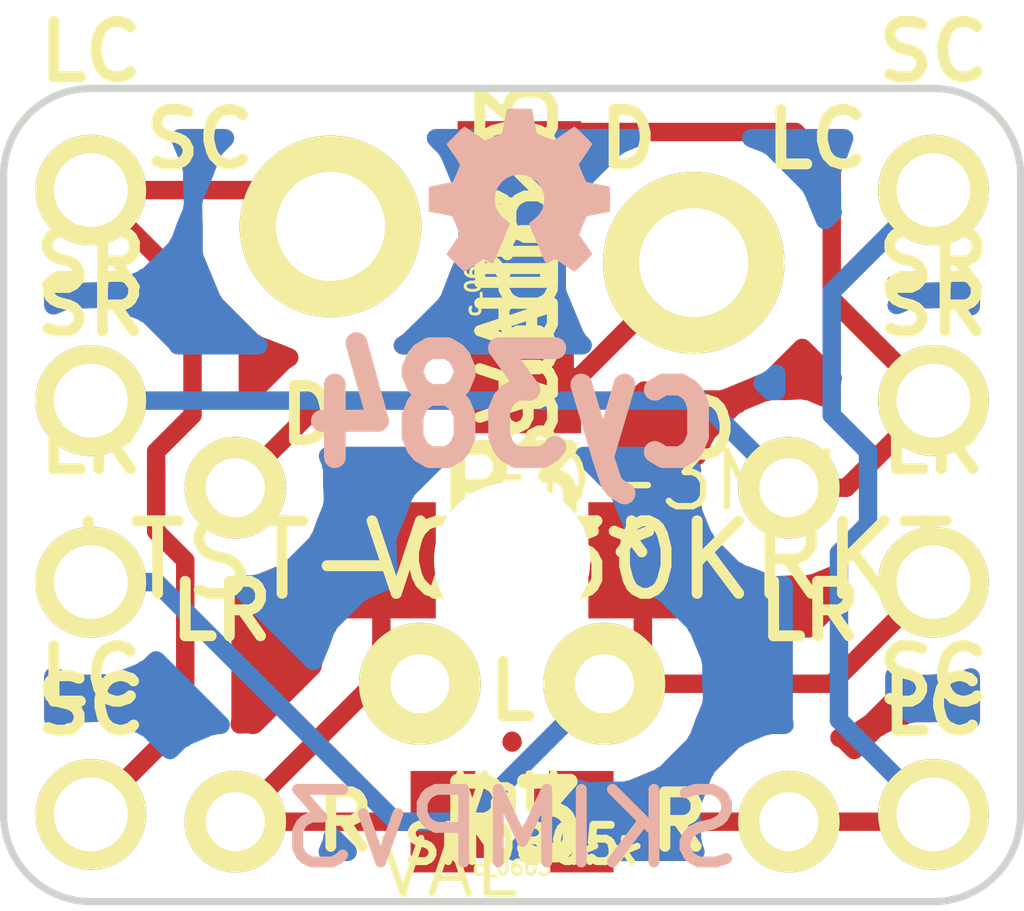
<source format=kicad_pcb>
(kicad_pcb (version 20171130) (host pcbnew 5.1.4+dfsg1-1)

  (general
    (thickness 1.6)
    (drawings 24)
    (tracks 50)
    (zones 0)
    (modules 20)
    (nets 1)
  )

  (page A3)
  (layers
    (0 F.Cu signal)
    (31 B.Cu signal)
    (32 B.Adhes user)
    (33 F.Adhes user)
    (34 B.Paste user)
    (35 F.Paste user)
    (36 B.SilkS user)
    (37 F.SilkS user)
    (38 B.Mask user)
    (39 F.Mask user)
    (40 Dwgs.User user)
    (41 Cmts.User user)
    (42 Eco1.User user)
    (43 Eco2.User user)
    (44 Edge.Cuts user)
  )

  (setup
    (last_trace_width 0.254)
    (trace_clearance 0.254)
    (zone_clearance 0.508)
    (zone_45_only no)
    (trace_min 0.254)
    (via_size 0.889)
    (via_drill 0.635)
    (via_min_size 0.889)
    (via_min_drill 0.508)
    (uvia_size 0.508)
    (uvia_drill 0.127)
    (uvias_allowed no)
    (uvia_min_size 0.508)
    (uvia_min_drill 0.127)
    (edge_width 0.1)
    (segment_width 0.2)
    (pcb_text_width 0.3)
    (pcb_text_size 1.5 1.5)
    (mod_edge_width 0.15)
    (mod_text_size 1 1)
    (mod_text_width 0.15)
    (pad_size 2.5 2.5)
    (pad_drill 1.5)
    (pad_to_mask_clearance 0)
    (aux_axis_origin 0 0)
    (visible_elements FFFFFFFF)
    (pcbplotparams
      (layerselection 0x00030_ffffffff)
      (usegerberextensions true)
      (usegerberattributes false)
      (usegerberadvancedattributes false)
      (creategerberjobfile false)
      (excludeedgelayer true)
      (linewidth 0.150000)
      (plotframeref false)
      (viasonmask false)
      (mode 1)
      (useauxorigin false)
      (hpglpennumber 1)
      (hpglpenspeed 20)
      (hpglpendiameter 15.000000)
      (psnegative false)
      (psa4output false)
      (plotreference false)
      (plotvalue false)
      (plotinvisibletext false)
      (padsonsilk false)
      (subtractmaskfromsilk false)
      (outputformat 1)
      (mirror false)
      (drillshape 0)
      (scaleselection 1)
      (outputdirectory "/home/palomides/Desktop/alps_1key_v7/"))
  )

  (net 0 "")

  (net_class Default "This is the default net class."
    (clearance 0.254)
    (trace_width 0.254)
    (via_dia 0.889)
    (via_drill 0.635)
    (uvia_dia 0.508)
    (uvia_drill 0.127)
  )

  (module LOGO (layer B.Cu) (tedit 0) (tstamp 5691E28C)
    (at 211.1 124)
    (fp_text reference G*** (at 0 -1.32588) (layer B.SilkS) hide
      (effects (font (size 0.11176 0.11176) (thickness 0.02032)) (justify mirror))
    )
    (fp_text value LOGO (at 0 1.32588) (layer B.SilkS) hide
      (effects (font (size 0.11176 0.11176) (thickness 0.02032)) (justify mirror))
    )
    (fp_poly (pts (xy -0.75692 1.12268) (xy -0.74422 1.11506) (xy -0.71374 1.09728) (xy -0.6731 1.06934)
      (xy -0.6223 1.03632) (xy -0.57404 1.0033) (xy -0.5334 0.97536) (xy -0.50546 0.95758)
      (xy -0.49276 0.94996) (xy -0.48514 0.9525) (xy -0.46228 0.9652) (xy -0.42926 0.98298)
      (xy -0.40894 0.99314) (xy -0.37846 1.00584) (xy -0.36068 1.00838) (xy -0.35814 1.0033)
      (xy -0.34798 0.98044) (xy -0.3302 0.9398) (xy -0.30734 0.88392) (xy -0.2794 0.82042)
      (xy -0.25146 0.75438) (xy -0.22098 0.68326) (xy -0.19304 0.61722) (xy -0.17018 0.55626)
      (xy -0.14986 0.508) (xy -0.13716 0.47498) (xy -0.13208 0.45974) (xy -0.13208 0.4572)
      (xy -0.14986 0.44196) (xy -0.17526 0.42164) (xy -0.23622 0.37338) (xy -0.29464 0.29972)
      (xy -0.3302 0.21844) (xy -0.34036 0.12446) (xy -0.3302 0.04064) (xy -0.29718 -0.04064)
      (xy -0.2413 -0.1143) (xy -0.17018 -0.16764) (xy -0.0889 -0.2032) (xy 0 -0.21336)
      (xy 0.08636 -0.2032) (xy 0.17018 -0.17018) (xy 0.24384 -0.1143) (xy 0.27432 -0.07874)
      (xy 0.3175 -0.00508) (xy 0.3429 0.07366) (xy 0.34544 0.09398) (xy 0.34036 0.18034)
      (xy 0.31496 0.2667) (xy 0.26924 0.34036) (xy 0.2032 0.40386) (xy 0.19558 0.40894)
      (xy 0.16764 0.4318) (xy 0.14732 0.44704) (xy 0.13208 0.45974) (xy 0.24384 0.72898)
      (xy 0.26162 0.76962) (xy 0.2921 0.84328) (xy 0.3175 0.90678) (xy 0.34036 0.95758)
      (xy 0.3556 0.9906) (xy 0.36068 1.00584) (xy 0.37084 1.00838) (xy 0.39116 1.00076)
      (xy 0.42926 0.98298) (xy 0.45466 0.97028) (xy 0.4826 0.95504) (xy 0.4953 0.94996)
      (xy 0.508 0.95758) (xy 0.5334 0.97536) (xy 0.57404 1.00076) (xy 0.6223 1.03378)
      (xy 0.66802 1.06426) (xy 0.7112 1.0922) (xy 0.74168 1.11252) (xy 0.75692 1.12014)
      (xy 0.75946 1.12014) (xy 0.77216 1.11252) (xy 0.79502 1.0922) (xy 0.83312 1.05918)
      (xy 0.88392 1.00584) (xy 0.89154 0.99822) (xy 0.93472 0.95504) (xy 0.97028 0.91948)
      (xy 0.99314 0.89408) (xy 1.00076 0.88138) (xy 0.99314 0.86614) (xy 0.97536 0.83566)
      (xy 0.94742 0.79248) (xy 0.91186 0.74422) (xy 0.82296 0.61468) (xy 0.87122 0.49276)
      (xy 0.88646 0.45466) (xy 0.90678 0.40894) (xy 0.91948 0.37592) (xy 0.9271 0.36322)
      (xy 0.9398 0.35814) (xy 0.97536 0.35052) (xy 1.02362 0.34036) (xy 1.0795 0.3302)
      (xy 1.13538 0.32004) (xy 1.18618 0.30988) (xy 1.22174 0.30226) (xy 1.23698 0.29972)
      (xy 1.24206 0.29718) (xy 1.2446 0.28956) (xy 1.24714 0.27178) (xy 1.24714 0.2413)
      (xy 1.24968 0.19558) (xy 1.24968 0.12446) (xy 1.24968 0.11684) (xy 1.24714 0.05334)
      (xy 1.24714 0) (xy 1.2446 -0.03302) (xy 1.24206 -0.04572) (xy 1.22682 -0.0508)
      (xy 1.19126 -0.05842) (xy 1.143 -0.06604) (xy 1.08204 -0.07874) (xy 1.0795 -0.07874)
      (xy 1.02108 -0.09144) (xy 0.97028 -0.1016) (xy 0.93472 -0.10922) (xy 0.92202 -0.1143)
      (xy 0.91694 -0.11684) (xy 0.90678 -0.1397) (xy 0.889 -0.1778) (xy 0.86868 -0.22098)
      (xy 0.8509 -0.26924) (xy 0.83312 -0.30988) (xy 0.82296 -0.34036) (xy 0.81788 -0.3556)
      (xy 0.82042 -0.3556) (xy 0.82804 -0.37084) (xy 0.84836 -0.40132) (xy 0.8763 -0.44196)
      (xy 0.91186 -0.49276) (xy 0.9144 -0.49784) (xy 0.94742 -0.5461) (xy 0.97536 -0.58928)
      (xy 0.99314 -0.61976) (xy 1.00076 -0.63246) (xy 1.00076 -0.635) (xy 0.9906 -0.65024)
      (xy 0.9652 -0.67818) (xy 0.9271 -0.71628) (xy 0.88392 -0.75946) (xy 0.87122 -0.77216)
      (xy 0.82042 -0.82042) (xy 0.7874 -0.8509) (xy 0.76708 -0.86868) (xy 0.75692 -0.87122)
      (xy 0.74168 -0.8636) (xy 0.70866 -0.84328) (xy 0.66802 -0.8128) (xy 0.61722 -0.77978)
      (xy 0.61214 -0.77724) (xy 0.56388 -0.74168) (xy 0.5207 -0.71374) (xy 0.49276 -0.69342)
      (xy 0.47752 -0.6858) (xy 0.4572 -0.69342) (xy 0.42164 -0.70612) (xy 0.37592 -0.72136)
      (xy 0.3302 -0.74168) (xy 0.28956 -0.75946) (xy 0.25654 -0.77216) (xy 0.2413 -0.78232)
      (xy 0.23622 -0.8001) (xy 0.2286 -0.8382) (xy 0.21844 -0.889) (xy 0.20574 -0.94996)
      (xy 0.2032 -0.96012) (xy 0.19304 -1.01854) (xy 0.18288 -1.06934) (xy 0.17526 -1.10236)
      (xy 0.17272 -1.1176) (xy 0.1651 -1.1176) (xy 0.13462 -1.12014) (xy 0.09144 -1.12268)
      (xy 0.03556 -1.12268) (xy -0.01778 -1.12268) (xy -0.07366 -1.12014) (xy -0.11938 -1.12014)
      (xy -0.15494 -1.1176) (xy -0.16764 -1.11506) (xy -0.16764 -1.11252) (xy -0.17272 -1.09474)
      (xy -0.18288 -1.05664) (xy -0.19304 -1.00584) (xy -0.2032 -0.94488) (xy -0.20574 -0.93218)
      (xy -0.21844 -0.87376) (xy -0.2286 -0.8255) (xy -0.23368 -0.79248) (xy -0.23876 -0.77724)
      (xy -0.24384 -0.7747) (xy -0.26924 -0.76454) (xy -0.30734 -0.7493) (xy -0.35814 -0.72898)
      (xy -0.47244 -0.68326) (xy -0.61214 -0.77724) (xy -0.62484 -0.7874) (xy -0.67564 -0.82042)
      (xy -0.71628 -0.84836) (xy -0.74676 -0.86868) (xy -0.75692 -0.87376) (xy -0.75946 -0.87376)
      (xy -0.77216 -0.86106) (xy -0.8001 -0.83566) (xy -0.8382 -0.79756) (xy -0.88392 -0.75438)
      (xy -0.9144 -0.72136) (xy -0.95504 -0.68326) (xy -0.9779 -0.65532) (xy -0.99314 -0.64008)
      (xy -0.99568 -0.62992) (xy -0.99568 -0.6223) (xy -0.98552 -0.60706) (xy -0.9652 -0.57658)
      (xy -0.93726 -0.5334) (xy -0.9017 -0.48514) (xy -0.87376 -0.44196) (xy -0.84328 -0.39624)
      (xy -0.8255 -0.36322) (xy -0.81788 -0.34544) (xy -0.82042 -0.34036) (xy -0.82804 -0.31242)
      (xy -0.84582 -0.26924) (xy -0.86614 -0.22098) (xy -0.91694 -0.10922) (xy -0.98806 -0.09652)
      (xy -1.03378 -0.08636) (xy -1.09474 -0.0762) (xy -1.15316 -0.0635) (xy -1.2446 -0.04572)
      (xy -1.24968 0.28956) (xy -1.23444 0.29718) (xy -1.22174 0.29972) (xy -1.18618 0.30734)
      (xy -1.13792 0.3175) (xy -1.0795 0.32766) (xy -1.03124 0.33782) (xy -0.98298 0.34798)
      (xy -0.94742 0.35306) (xy -0.93218 0.35814) (xy -0.9271 0.36322) (xy -0.9144 0.38608)
      (xy -0.89662 0.42418) (xy -0.8763 0.4699) (xy -0.85852 0.51816) (xy -0.84074 0.56134)
      (xy -0.82804 0.59436) (xy -0.82296 0.61214) (xy -0.83058 0.62484) (xy -0.84836 0.65532)
      (xy -0.8763 0.69596) (xy -0.90932 0.74422) (xy -0.94234 0.79248) (xy -0.97282 0.83566)
      (xy -0.9906 0.86614) (xy -1.00076 0.87884) (xy -0.99568 0.889) (xy -0.97536 0.91186)
      (xy -0.9398 0.94996) (xy -0.88392 1.00584) (xy -0.87376 1.01346) (xy -0.83058 1.05664)
      (xy -0.79502 1.08966) (xy -0.76708 1.11252) (xy -0.75692 1.12268)) (layer B.SilkS) (width 0.00254))
  )

  (module LED-3MM (layer F.Cu) (tedit 56916AC7) (tstamp 5691C721)
    (at 211 130.8)
    (descr "LED 3mm - Lead pitch 100mil (2,54mm)")
    (tags "LED led 3mm 3MM 100mil 2,54mm")
    (fp_text reference LED-3MM (at 1.778 -2.794) (layer F.SilkS)
      (effects (font (size 0.762 0.762) (thickness 0.0889)))
    )
    (fp_text value VAL*** (at 0 2.54) (layer F.SilkS)
      (effects (font (size 0.762 0.762) (thickness 0.0889)))
    )
    (pad 1 thru_hole circle (at -1.27 0) (size 1.6764 1.6764) (drill 0.8128) (layers *.Cu *.Mask F.SilkS))
    (pad 2 thru_hole circle (at 1.27 0) (size 1.6764 1.6764) (drill 0.8128) (layers *.Cu *.Mask F.SilkS))
    (model discret/leds/led3_vertical_verde.wrl
      (at (xyz 0 0 0))
      (scale (xyz 1 1 1))
      (rotate (xyz 0 0 0))
    )
  )

  (module SW_Matias_Quiet (layer F.Cu) (tedit 56916B87) (tstamp 5691C8D0)
    (at 211 129)
    (descr http://matias.ca/switches/quiet/)
    (tags "Matias, quiet, keyboard, key, switch")
    (fp_text reference "" (at 2.5 4) (layer F.SilkS)
      (effects (font (size 1 1) (thickness 0.15)))
    )
    (fp_text value "" (at 0 0) (layer F.SilkS)
      (effects (font (size 1.524 1.524) (thickness 0.15)))
    )
    (fp_line (start 0 0) (end 0 -0.5) (layer Cmts.User) (width 0.15))
    (fp_line (start 0 -0.5) (end 0 0.5) (layer Cmts.User) (width 0.15))
    (fp_line (start 0 0.5) (end 0 0) (layer Cmts.User) (width 0.15))
    (fp_line (start 0 0) (end 0.5 0) (layer Cmts.User) (width 0.15))
    (fp_line (start 0.5 0) (end -0.5 0) (layer Cmts.User) (width 0.15))
    (fp_line (start -0.5 0) (end 0 0) (layer Cmts.User) (width 0.15))
    (pad 1 thru_hole circle (at -2.5 -4.5) (size 2.5 2.5) (drill 1.5) (layers *.Cu *.Mask F.SilkS))
    (pad 2 thru_hole circle (at 2.5 -4) (size 2.5 2.5) (drill 1.5) (layers *.Cu *.Mask F.SilkS))
  )

  (module LTST-C230KRKT (layer F.Cu) (tedit 5679E92B) (tstamp 56789437)
    (at 211 129.1)
    (fp_text reference LTST-C230KRKT (at 0 0) (layer F.SilkS)
      (effects (font (size 1 1) (thickness 0.15)))
    )
    (fp_text value VAL** (at 0 0) (layer F.SilkS)
      (effects (font (size 1 1) (thickness 0.15)))
    )
    (pad 2 smd rect (at -1.8 0) (size 1.5 1.6) (layers F.Cu F.Paste F.Mask))
    (pad 3 smd rect (at 1.8 0) (size 1.5 1.6) (layers F.Cu F.Paste F.Mask))
    (pad "" np_thru_hole circle (at 0 0) (size 2.15 2.15) (drill 2.15) (layers *.Cu *.Mask F.SilkS))
  )

  (module sod80 (layer F.Cu) (tedit 56789E2B) (tstamp 56888D9C)
    (at 211.1 125.2 90)
    (fp_text reference sod80 (at 0 0 90) (layer F.SilkS)
      (effects (font (size 1 1) (thickness 0.15)))
    )
    (fp_text value VAL** (at 0 0 90) (layer F.SilkS)
      (effects (font (size 1 1) (thickness 0.15)))
    )
    (pad 5 smd rect (at 1.7 0 90) (size 0.9 1.7) (layers F.Cu F.Paste F.Mask))
    (pad 6 smd rect (at -1.7 0 90) (size 0.9 1.7) (layers F.Cu F.Paste F.Mask))
  )

  (module sod323 (layer F.Cu) (tedit 56789A18) (tstamp 5679AAAF)
    (at 211.1 125.2 90)
    (fp_text reference sod323 (at 0 0 90) (layer F.SilkS)
      (effects (font (size 1 1) (thickness 0.15)))
    )
    (fp_text value VAL** (at 0 0 90) (layer F.SilkS)
      (effects (font (size 1 1) (thickness 0.15)))
    )
    (pad 3 smd rect (at 1.15 0 90) (size 1 1.5) (layers F.Cu F.Paste F.Mask))
    (pad 4 smd rect (at -1.15 0 90) (size 1 1.5) (layers F.Cu F.Paste F.Mask))
  )

  (module sod123 (layer F.Cu) (tedit 5678998F) (tstamp 5679AA91)
    (at 211.1 125.2 90)
    (fp_text reference sod123 (at 0 0 90) (layer F.SilkS)
      (effects (font (size 1 1) (thickness 0.15)))
    )
    (fp_text value VAL** (at 0 0 90) (layer F.SilkS)
      (effects (font (size 1 1) (thickness 0.15)))
    )
    (pad 1 smd rect (at 1.635 0 90) (size 0.91 1.22) (layers F.Cu F.Paste F.Mask))
    (pad 2 smd rect (at -1.635 0 90) (size 0.91 1.22) (layers F.Cu F.Paste F.Mask))
  )

  (module SM0805 (layer F.Cu) (tedit 5678989A) (tstamp 56888DB1)
    (at 211 132.7 180)
    (attr smd)
    (fp_text reference SM0805 (at 0 -0.3175 180) (layer F.SilkS)
      (effects (font (size 0.50038 0.50038) (thickness 0.10922)))
    )
    (fp_text value Val* (at 0 0.381 180) (layer F.SilkS)
      (effects (font (size 0.50038 0.50038) (thickness 0.10922)))
    )
    (pad 1 smd rect (at -0.9525 0 180) (size 0.889 1.397) (layers F.Cu F.Paste F.Mask))
    (pad 2 smd rect (at 0.9525 0 180) (size 0.889 1.397) (layers F.Cu F.Paste F.Mask))
    (model smd/chip_cms.wrl
      (at (xyz 0 0 0))
      (scale (xyz 0.1 0.1 0.1))
      (rotate (xyz 0 0 0))
    )
  )

  (module c_0603 (layer F.Cu) (tedit 56787CDC) (tstamp 56888DBF)
    (at 211.1 125.2 90)
    (descr "SMT capacitor, 0603")
    (fp_text reference c_0603 (at 0 -0.635 90) (layer F.SilkS)
      (effects (font (size 0.20066 0.20066) (thickness 0.04064)))
    )
    (fp_text value C*** (at 0 0.635 90) (layer F.SilkS) hide
      (effects (font (size 0.20066 0.20066) (thickness 0.04064)))
    )
    (pad 1 smd rect (at 0.75184 0 90) (size 0.89916 1.00076) (layers F.Cu F.Paste F.Mask))
    (pad 2 smd rect (at -0.75184 0 90) (size 0.89916 1.00076) (layers F.Cu F.Paste F.Mask))
    (model smd/capacitors/c_0603.wrl
      (at (xyz 0 0 0))
      (scale (xyz 1 1 1))
      (rotate (xyz 0 0 0))
    )
  )

  (module D3 (layer F.Cu) (tedit 5678905B) (tstamp 56888DA3)
    (at 211 128.1)
    (descr "Diode 3 pas")
    (tags "DIODE DEV")
    (fp_text reference R3 (at 0 0) (layer F.SilkS)
      (effects (font (size 1.016 1.016) (thickness 0.2032)))
    )
    (fp_text value R*** (at 0 0) (layer F.SilkS) hide
      (effects (font (size 1.016 1.016) (thickness 0.2032)))
    )
    (pad 2 thru_hole circle (at 3.81 0) (size 1.397 1.397) (drill 0.8128) (layers *.Cu *.Mask F.SilkS))
    (pad 1 thru_hole circle (at -3.81 0) (size 1.397 1.397) (drill 0.8128) (layers *.Cu *.Mask F.SilkS))
    (model discret/diode.wrl
      (at (xyz 0 0 0))
      (scale (xyz 0.3 0.3 0.3))
      (rotate (xyz 0 0 0))
    )
  )

  (module c_0603 (layer F.Cu) (tedit 56787CAE) (tstamp 56888DAA)
    (at 211 132.7 180)
    (descr "SMT capacitor, 0603")
    (fp_text reference c_0603 (at 0 -0.635 180) (layer F.SilkS)
      (effects (font (size 0.20066 0.20066) (thickness 0.04064)))
    )
    (fp_text value C*** (at 0 0.635 180) (layer F.SilkS) hide
      (effects (font (size 0.20066 0.20066) (thickness 0.04064)))
    )
    (pad 1 smd rect (at 0.75184 0 180) (size 0.89916 1.00076) (layers F.Cu F.Paste F.Mask))
    (pad 2 smd rect (at -0.75184 0 180) (size 0.89916 1.00076) (layers F.Cu F.Paste F.Mask))
    (model smd/capacitors/c_0603.wrl
      (at (xyz 0 0 0))
      (scale (xyz 1 1 1))
      (rotate (xyz 0 0 0))
    )
  )

  (module D3 (layer F.Cu) (tedit 56789064) (tstamp 56843C69)
    (at 211 132.7)
    (descr "Diode 3 pas")
    (tags "DIODE DEV")
    (fp_text reference R3 (at 0 0) (layer F.SilkS)
      (effects (font (size 1.016 1.016) (thickness 0.2032)))
    )
    (fp_text value R*** (at 0 0) (layer F.SilkS) hide
      (effects (font (size 1.016 1.016) (thickness 0.2032)))
    )
    (pad 2 thru_hole circle (at 3.81 0) (size 1.397 1.397) (drill 0.8128) (layers *.Cu *.Mask F.SilkS))
    (pad 1 thru_hole circle (at -3.81 0) (size 1.397 1.397) (drill 0.8128) (layers *.Cu *.Mask F.SilkS))
    (model discret/diode.wrl
      (at (xyz 0 0 0))
      (scale (xyz 0.3 0.3 0.3))
      (rotate (xyz 0 0 0))
    )
  )

  (module PIN_ARRAY_1 (layer F.Cu) (tedit 567877BE) (tstamp 567A4D69)
    (at 205.2 129.4)
    (descr "1 pin")
    (tags "CONN DEV")
    (fp_text reference LR (at 0 -1.905) (layer F.SilkS)
      (effects (font (size 0.762 0.762) (thickness 0.1524)))
    )
    (fp_text value "" (at 0 -1.905) (layer F.SilkS) hide
      (effects (font (size 0.762 0.762) (thickness 0.1524)))
    )
    (pad 1 thru_hole circle (at 0 0) (size 1.524 1.524) (drill 1.016) (layers *.Cu *.Mask F.SilkS))
    (model pin_array\pin_1.wrl
      (at (xyz 0 0 0))
      (scale (xyz 1 1 1))
      (rotate (xyz 0 0 0))
    )
  )

  (module PIN_ARRAY_1 (layer F.Cu) (tedit 567877D3) (tstamp 567A5193)
    (at 216.8 129.4)
    (descr "1 pin")
    (tags "CONN DEV")
    (fp_text reference LR (at 0 -1.905) (layer F.SilkS)
      (effects (font (size 0.762 0.762) (thickness 0.1524)))
    )
    (fp_text value "" (at 0 -1.905) (layer F.SilkS) hide
      (effects (font (size 0.762 0.762) (thickness 0.1524)))
    )
    (pad 1 thru_hole circle (at 0 0) (size 1.524 1.524) (drill 1.016) (layers *.Cu *.Mask F.SilkS))
    (model pin_array\pin_1.wrl
      (at (xyz 0 0 0))
      (scale (xyz 1 1 1))
      (rotate (xyz 0 0 0))
    )
  )

  (module PIN_ARRAY_1 (layer F.Cu) (tedit 5678734A) (tstamp 567A4B78)
    (at 216.8 124)
    (descr "1 pin")
    (tags "CONN DEV")
    (fp_text reference SC (at 0 -1.905) (layer F.SilkS)
      (effects (font (size 0.762 0.762) (thickness 0.1524)))
    )
    (fp_text value "" (at 0 -1.905) (layer F.SilkS) hide
      (effects (font (size 0.762 0.762) (thickness 0.1524)))
    )
    (pad 1 thru_hole circle (at 0 0) (size 1.524 1.524) (drill 1.016) (layers *.Cu *.Mask F.SilkS))
    (model pin_array\pin_1.wrl
      (at (xyz 0 0 0))
      (scale (xyz 1 1 1))
      (rotate (xyz 0 0 0))
    )
  )

  (module PIN_ARRAY_1 (layer F.Cu) (tedit 567873B1) (tstamp 567A4B73)
    (at 216.8 132.6)
    (descr "1 pin")
    (tags "CONN DEV")
    (fp_text reference SC (at 0 -1.905) (layer F.SilkS)
      (effects (font (size 0.762 0.762) (thickness 0.1524)))
    )
    (fp_text value "" (at 0 -1.905) (layer F.SilkS) hide
      (effects (font (size 0.762 0.762) (thickness 0.1524)))
    )
    (pad 1 thru_hole circle (at 0 0) (size 1.524 1.524) (drill 1.016) (layers *.Cu *.Mask F.SilkS))
    (model pin_array\pin_1.wrl
      (at (xyz 0 0 0))
      (scale (xyz 1 1 1))
      (rotate (xyz 0 0 0))
    )
  )

  (module PIN_ARRAY_1 (layer F.Cu) (tedit 567873EC) (tstamp 567A4B6E)
    (at 205.2 132.6)
    (descr "1 pin")
    (tags "CONN DEV")
    (fp_text reference LC (at 0 -1.905) (layer F.SilkS)
      (effects (font (size 0.762 0.762) (thickness 0.1524)))
    )
    (fp_text value "" (at 0 -1.905) (layer F.SilkS) hide
      (effects (font (size 0.762 0.762) (thickness 0.1524)))
    )
    (pad 1 thru_hole circle (at 0 0) (size 1.524 1.524) (drill 1.016) (layers *.Cu *.Mask F.SilkS))
    (model pin_array\pin_1.wrl
      (at (xyz 0 0 0))
      (scale (xyz 1 1 1))
      (rotate (xyz 0 0 0))
    )
  )

  (module PIN_ARRAY_1 (layer F.Cu) (tedit 567873DA) (tstamp 567A4B69)
    (at 205.2 124)
    (descr "1 pin")
    (tags "CONN DEV")
    (fp_text reference LC (at 0 -1.905) (layer F.SilkS)
      (effects (font (size 0.762 0.762) (thickness 0.1524)))
    )
    (fp_text value "" (at 0 -1.905) (layer F.SilkS) hide
      (effects (font (size 0.762 0.762) (thickness 0.1524)))
    )
    (pad 1 thru_hole circle (at 0 0) (size 1.524 1.524) (drill 1.016) (layers *.Cu *.Mask F.SilkS))
    (model pin_array\pin_1.wrl
      (at (xyz 0 0 0))
      (scale (xyz 1 1 1))
      (rotate (xyz 0 0 0))
    )
  )

  (module PIN_ARRAY_1 (layer F.Cu) (tedit 56787390) (tstamp 5679709B)
    (at 216.8 126.9)
    (descr "1 pin")
    (tags "CONN DEV")
    (fp_text reference SR (at 0 -1.905) (layer F.SilkS)
      (effects (font (size 0.762 0.762) (thickness 0.1524)))
    )
    (fp_text value "" (at 0 -1.905) (layer F.SilkS) hide
      (effects (font (size 0.762 0.762) (thickness 0.1524)))
    )
    (pad 1 thru_hole circle (at 0 0) (size 1.524 1.524) (drill 1.016) (layers *.Cu *.Mask F.SilkS))
    (model pin_array\pin_1.wrl
      (at (xyz 0 0 0))
      (scale (xyz 1 1 1))
      (rotate (xyz 0 0 0))
    )
  )

  (module PIN_ARRAY_1 (layer F.Cu) (tedit 567873BA) (tstamp 56797091)
    (at 205.2 126.9)
    (descr "1 pin")
    (tags "CONN DEV")
    (fp_text reference SR (at 0 -1.905) (layer F.SilkS)
      (effects (font (size 0.762 0.762) (thickness 0.1524)))
    )
    (fp_text value "" (at 0 -1.905) (layer F.SilkS) hide
      (effects (font (size 0.762 0.762) (thickness 0.1524)))
    )
    (pad 1 thru_hole circle (at 0 0) (size 1.524 1.524) (drill 1.016) (layers *.Cu *.Mask F.SilkS))
    (model pin_array\pin_1.wrl
      (at (xyz 0 0 0))
      (scale (xyz 1 1 1))
      (rotate (xyz 0 0 0))
    )
  )

  (gr_text D (at 212.6 123.3) (layer F.SilkS)
    (effects (font (size 0.75 0.75) (thickness 0.15)))
  )
  (gr_text L (at 211 130.9) (layer F.SilkS)
    (effects (font (size 0.75 0.75) (thickness 0.15)))
  )
  (gr_text SKIMPv3 (at 211 132.8) (layer B.SilkS)
    (effects (font (size 1 1) (thickness 0.15)) (justify mirror))
  )
  (gr_line (start 205.2 122.6) (end 216.8 122.6) (angle 90) (layer Edge.Cuts) (width 0.1))
  (gr_line (start 204 132.6) (end 204 123.8) (angle 90) (layer Edge.Cuts) (width 0.1))
  (gr_line (start 216.8 133.8) (end 205.2 133.8) (angle 90) (layer Edge.Cuts) (width 0.1))
  (gr_line (start 218 123.8) (end 218 132.6) (angle 90) (layer Edge.Cuts) (width 0.1))
  (gr_arc (start 205.2 132.6) (end 205.2 133.8) (angle 90) (layer Edge.Cuts) (width 0.1))
  (gr_arc (start 216.8 132.6) (end 218 132.6) (angle 90) (layer Edge.Cuts) (width 0.1))
  (gr_arc (start 216.8 123.8) (end 216.8 122.6) (angle 90) (layer Edge.Cuts) (width 0.1))
  (gr_arc (start 205.2 123.8) (end 204 123.8) (angle 90) (layer Edge.Cuts) (width 0.1))
  (gr_text R (at 213.3 132.7) (layer F.SilkS)
    (effects (font (size 0.75 0.75) (thickness 0.15)))
  )
  (gr_text D (at 213.7 127.3) (layer F.SilkS)
    (effects (font (size 0.75 0.75) (thickness 0.15)))
  )
  (gr_text D (at 208.2 127.1) (layer F.SilkS)
    (effects (font (size 0.75 0.75) (thickness 0.15)))
  )
  (gr_text R (at 208.7 132.7) (layer F.SilkS)
    (effects (font (size 0.75 0.75) (thickness 0.15)))
  )
  (gr_text LC (at 215.2 123.3) (layer F.SilkS)
    (effects (font (size 0.75 0.75) (thickness 0.15)))
  )
  (gr_text SC (at 206.7 123.3) (layer F.SilkS)
    (effects (font (size 0.75 0.75) (thickness 0.15)))
  )
  (gr_text LR (at 207 129.8) (layer F.SilkS)
    (effects (font (size 0.75 0.75) (thickness 0.15)))
  )
  (gr_text LR (at 215.1 129.8) (layer F.SilkS)
    (effects (font (size 0.75 0.75) (thickness 0.15)))
  )
  (gr_text SR (at 216.8 125.6) (layer F.SilkS)
    (effects (font (size 0.75 0.75) (thickness 0.15)))
  )
  (gr_text SR (at 205.2 125.6) (layer F.SilkS)
    (effects (font (size 0.75 0.75) (thickness 0.15)))
  )
  (gr_text LC (at 216.8 131.1) (layer F.SilkS)
    (effects (font (size 0.75 0.75) (thickness 0.15)))
  )
  (gr_text SC (at 205.2 131.1) (layer F.SilkS)
    (effects (font (size 0.75 0.75) (thickness 0.15)))
  )
  (gr_text cy384 (at 211 127) (layer B.SilkS)
    (effects (font (size 1.5 1.25) (thickness 0.3)) (justify mirror))
  )

  (segment (start 212.27 130.8) (end 215.4 130.8) (width 0.254) (layer F.Cu) (net 0))
  (segment (start 215.4 130.8) (end 216.8 129.4) (width 0.254) (layer F.Cu) (net 0) (tstamp 56917829))
  (segment (start 212.27 130.8) (end 210.37 132.7) (width 0.254) (layer B.Cu) (net 0))
  (segment (start 206.1 129.4) (end 205.2 129.4) (width 0.254) (layer B.Cu) (net 0) (tstamp 56917820))
  (segment (start 209.4 132.7) (end 206.1 129.4) (width 0.254) (layer B.Cu) (net 0) (tstamp 5691781F))
  (segment (start 209.5 132.7) (end 209.4 132.7) (width 0.254) (layer B.Cu) (net 0) (tstamp 5691781E))
  (segment (start 210.37 132.7) (end 209.5 132.7) (width 0.254) (layer B.Cu) (net 0) (tstamp 5691781B))
  (segment (start 207.19 132.7) (end 209.09 130.8) (width 0.254) (layer F.Cu) (net 0))
  (segment (start 209.09 130.8) (end 209.73 130.8) (width 0.254) (layer F.Cu) (net 0) (tstamp 5691780C))
  (segment (start 216.8 132.6) (end 216.7 132.7) (width 0.254) (layer F.Cu) (net 0))
  (segment (start 216.7 132.7) (end 214.81 132.7) (width 0.254) (layer F.Cu) (net 0) (tstamp 56917809))
  (segment (start 216.8 124) (end 215.4 125.4) (width 0.254) (layer B.Cu) (net 0))
  (segment (start 215.5 131.3) (end 216.8 132.6) (width 0.254) (layer B.Cu) (net 0) (tstamp 569177F5))
  (segment (start 215.5 129) (end 215.5 131.3) (width 0.254) (layer B.Cu) (net 0) (tstamp 569177F3))
  (segment (start 215.9 128.6) (end 215.5 129) (width 0.254) (layer B.Cu) (net 0) (tstamp 569177F1))
  (segment (start 215.9 127.6) (end 215.9 128.6) (width 0.254) (layer B.Cu) (net 0) (tstamp 569177F0))
  (segment (start 215.4 127.1) (end 215.9 127.6) (width 0.254) (layer B.Cu) (net 0) (tstamp 569177EF))
  (segment (start 215.4 125.4) (end 215.4 127.1) (width 0.254) (layer B.Cu) (net 0) (tstamp 569177EC))
  (segment (start 207.19 128.1) (end 208.39 126.9) (width 0.254) (layer F.Cu) (net 0))
  (segment (start 208.39 126.9) (end 211.1 126.9) (width 0.254) (layer F.Cu) (net 0) (tstamp 569177CA))
  (segment (start 205.2 124) (end 206.6 125.4) (width 0.254) (layer F.Cu) (net 0))
  (segment (start 206.5 131.3) (end 205.2 132.6) (width 0.254) (layer F.Cu) (net 0) (tstamp 569177A7))
  (segment (start 206.5 129.1) (end 206.5 131.3) (width 0.254) (layer F.Cu) (net 0) (tstamp 569177A5))
  (segment (start 206.1 128.7) (end 206.5 129.1) (width 0.254) (layer F.Cu) (net 0) (tstamp 569177A4))
  (segment (start 206.1 128.6) (end 206.1 128.7) (width 0.254) (layer F.Cu) (net 0) (tstamp 569177A1))
  (segment (start 206.1 127.9) (end 206.1 128.6) (width 0.254) (layer F.Cu) (net 0) (tstamp 569177A0))
  (segment (start 206.1 127.6) (end 206.1 127.9) (width 0.254) (layer F.Cu) (net 0) (tstamp 5691779F))
  (segment (start 206.6 127.1) (end 206.1 127.6) (width 0.254) (layer F.Cu) (net 0) (tstamp 5691779E))
  (segment (start 206.6 127) (end 206.6 127.1) (width 0.254) (layer F.Cu) (net 0) (tstamp 5691779D))
  (segment (start 206.6 125.4) (end 206.6 127) (width 0.254) (layer F.Cu) (net 0) (tstamp 56917799))
  (segment (start 214.81 128.1) (end 213.61 126.9) (width 0.254) (layer B.Cu) (net 0))
  (segment (start 213.61 126.9) (end 205.2 126.9) (width 0.254) (layer B.Cu) (net 0) (tstamp 56917790))
  (segment (start 208.5 124.5) (end 208 124) (width 0.254) (layer F.Cu) (net 0))
  (segment (start 208 124) (end 205.2 124) (width 0.254) (layer F.Cu) (net 0) (tstamp 56917784))
  (segment (start 211.1 126.9) (end 211.6 126.9) (width 0.254) (layer F.Cu) (net 0))
  (segment (start 211.6 126.9) (end 213.5 125) (width 0.254) (layer F.Cu) (net 0) (tstamp 56917781))
  (segment (start 216.8 126.9) (end 215.4 125.5) (width 0.254) (layer F.Cu) (net 0))
  (segment (start 211.4 123.2) (end 211.1 123.5) (width 0.254) (layer F.Cu) (net 0) (tstamp 56917772))
  (segment (start 214.9 123.2) (end 211.4 123.2) (width 0.254) (layer F.Cu) (net 0) (tstamp 5691776E))
  (segment (start 215.3 123.6) (end 214.9 123.2) (width 0.254) (layer F.Cu) (net 0) (tstamp 5691776D))
  (segment (start 215.4 123.6) (end 215.3 123.6) (width 0.254) (layer F.Cu) (net 0) (tstamp 5691776C))
  (segment (start 215.4 125.5) (end 215.4 123.6) (width 0.254) (layer F.Cu) (net 0) (tstamp 5691776A))
  (segment (start 216.8 126.9) (end 215.6 128.1) (width 0.254) (layer F.Cu) (net 0))
  (segment (start 215.6 128.1) (end 214.81 128.1) (width 0.254) (layer F.Cu) (net 0) (tstamp 56917767))
  (segment (start 209.73 130.8) (end 209.2 130.27) (width 0.254) (layer F.Cu) (net 0))
  (segment (start 209.2 130.27) (end 209.2 129.1) (width 0.254) (layer F.Cu) (net 0) (tstamp 5691761E))
  (segment (start 212.27 130.8) (end 212.8 130.27) (width 0.254) (layer F.Cu) (net 0))
  (segment (start 212.8 130.27) (end 212.8 129.1) (width 0.254) (layer F.Cu) (net 0) (tstamp 5691761A))
  (segment (start 211.9525 132.7) (end 214.81 132.7) (width 0.254) (layer F.Cu) (net 0))
  (segment (start 207.19 132.7) (end 210.0475 132.7) (width 0.254) (layer F.Cu) (net 0))

  (zone (net 0) (net_name "") (layer B.Cu) (tstamp 5688925F) (hatch edge 0.508)
    (connect_pads (clearance 0.508))
    (min_thickness 0.254)
    (fill (arc_segments 16) (thermal_gap 0.508) (thermal_bridge_width 0.508))
    (polygon
      (pts
        (xy 218 133.8) (xy 204 133.8) (xy 204 122.6) (xy 218 122.6)
      )
    )
    (filled_polygon
      (pts
        (xy 206.988694 131.366324) (xy 206.925914 131.36627) (xy 206.890769 131.380791) (xy 206.852802 131.382854) (xy 206.497072 131.530202)
        (xy 206.493181 131.545071) (xy 206.43562 131.568855) (xy 206.289849 131.714371) (xy 205.99237 131.416372) (xy 205.935486 131.392752)
        (xy 205.931142 131.377604) (xy 205.702923 131.296183) (xy 205.479099 131.203244) (xy 205.442326 131.203211) (xy 205.407696 131.190857)
        (xy 205.165685 131.20297) (xy 204.923339 131.202759) (xy 204.889352 131.216801) (xy 204.852631 131.21864) (xy 204.685 131.288075)
        (xy 204.685 130.699507) (xy 204.697076 130.703816) (xy 204.920901 130.796756) (xy 204.957673 130.796788) (xy 204.992304 130.809143)
        (xy 205.234314 130.797029) (xy 205.476661 130.797241) (xy 205.510647 130.783198) (xy 205.547369 130.78136) (xy 205.931142 130.622396)
        (xy 205.935353 130.607713) (xy 205.990303 130.585009) (xy 206.098935 130.476565) (xy 206.988694 131.366324)
      )
    )
    (filled_polygon
      (pts
        (xy 207.049 123.285) (xy 206.902907 123.430839) (xy 206.886698 123.469873) (xy 206.873877 123.475533) (xy 206.749106 123.80123)
        (xy 206.615328 124.123405) (xy 206.615304 124.150505) (xy 206.607323 124.171339) (xy 206.597029 123.965685) (xy 206.597241 123.723339)
        (xy 206.583198 123.689352) (xy 206.58136 123.652631) (xy 206.429082 123.285) (xy 207.049 123.285)
      )
    )
    (filled_polygon
      (pts
        (xy 207.506536 126.138) (xy 206.396703 126.138) (xy 206.385009 126.109697) (xy 205.99237 125.716372) (xy 205.935486 125.692752)
        (xy 205.931142 125.677604) (xy 205.702923 125.596183) (xy 205.479099 125.503244) (xy 205.442326 125.503211) (xy 205.407696 125.490857)
        (xy 205.165685 125.50297) (xy 204.923339 125.502759) (xy 204.889352 125.516801) (xy 204.852631 125.51864) (xy 204.685 125.588075)
        (xy 204.685 125.299507) (xy 204.697076 125.303816) (xy 204.920901 125.396756) (xy 204.957673 125.396788) (xy 204.992304 125.409143)
        (xy 205.234314 125.397029) (xy 205.476661 125.397241) (xy 205.510647 125.383198) (xy 205.547369 125.38136) (xy 205.931142 125.222396)
        (xy 205.935353 125.207713) (xy 205.990303 125.185009) (xy 206.383628 124.79237) (xy 206.407247 124.735486) (xy 206.422396 124.731142)
        (xy 206.503816 124.502923) (xy 206.596756 124.279099) (xy 206.596788 124.242326) (xy 206.606655 124.214667) (xy 206.614978 124.52446)
        (xy 206.614674 124.873305) (xy 206.625022 124.89835) (xy 206.62575 124.925435) (xy 206.873877 125.524467) (xy 206.885925 125.529785)
        (xy 206.901043 125.566372) (xy 207.430839 126.097093) (xy 207.469873 126.113301) (xy 207.475533 126.126123) (xy 207.506536 126.138)
      )
    )
    (filled_polygon
      (pts
        (xy 208.737369 133.115) (xy 208.461568 133.115) (xy 208.523267 132.966413) (xy 208.5233 132.928386) (xy 208.530447 132.908078)
        (xy 208.737369 133.115)
      )
    )
    (filled_polygon
      (pts
        (xy 210.020095 127.662) (xy 209.551179 128.130099) (xy 209.532443 128.175219) (xy 209.518578 128.180664) (xy 209.409429 128.471468)
        (xy 209.290298 128.758368) (xy 209.290271 128.788941) (xy 209.27953 128.81756) (xy 209.289975 129.127991) (xy 209.28976 129.375027)
        (xy 208.953018 129.51451) (xy 208.948477 129.528914) (xy 208.89659 129.550354) (xy 208.481811 129.96441) (xy 208.459427 130.018316)
        (xy 208.44451 130.023018) (xy 208.356367 130.26651) (xy 208.264759 130.487128) (xy 207.211905 129.434274) (xy 207.225606 129.43353)
        (xy 207.454086 129.43373) (xy 207.48923 129.419208) (xy 207.527198 129.417146) (xy 207.882928 129.269798) (xy 207.886818 129.254928)
        (xy 207.94438 129.231145) (xy 208.319826 128.856353) (xy 208.3445 128.796931) (xy 208.359798 128.792928) (xy 208.435649 128.577419)
        (xy 208.523267 128.366413) (xy 208.5233 128.328386) (xy 208.535924 128.29252) (xy 208.52353 128.064393) (xy 208.52373 127.835914)
        (xy 208.509208 127.800769) (xy 208.507146 127.762802) (xy 208.465392 127.662) (xy 210.020095 127.662)
      )
    )
    (filled_polygon
      (pts
        (xy 212.690101 123.285) (xy 212.475533 123.373877) (xy 212.470214 123.385925) (xy 212.433628 123.401043) (xy 211.902907 123.930839)
        (xy 211.886698 123.969873) (xy 211.873877 123.975533) (xy 211.749106 124.30123) (xy 211.615328 124.623405) (xy 211.615304 124.650505)
        (xy 211.605612 124.675806) (xy 211.614978 125.02446) (xy 211.614674 125.373305) (xy 211.625022 125.39835) (xy 211.62575 125.425435)
        (xy 211.873877 126.024467) (xy 211.885925 126.029785) (xy 211.901043 126.066372) (xy 211.972546 126.138) (xy 209.495793 126.138)
        (xy 209.524467 126.126123) (xy 209.529785 126.114074) (xy 209.566372 126.098957) (xy 210.097093 125.569161) (xy 210.113301 125.530126)
        (xy 210.126123 125.524467) (xy 210.250893 125.198769) (xy 210.384672 124.876595) (xy 210.384695 124.849494) (xy 210.394388 124.824194)
        (xy 210.385021 124.475539) (xy 210.385326 124.126695) (xy 210.374977 124.101649) (xy 210.37425 124.074565) (xy 210.126123 123.475533)
        (xy 210.114074 123.470214) (xy 210.098957 123.433628) (xy 209.950588 123.285) (xy 212.690101 123.285)
      )
    )
    (filled_polygon
      (pts
        (xy 214.638 126.76635) (xy 214.553907 126.766276) (xy 214.44618 126.65855) (xy 214.524467 126.626123) (xy 214.529785 126.614074)
        (xy 214.566372 126.598957) (xy 214.638 126.527453) (xy 214.638 126.76635)
      )
    )
    (filled_polygon
      (pts
        (xy 214.751217 131.366449) (xy 214.545914 131.36627) (xy 214.510769 131.380791) (xy 214.472802 131.382854) (xy 214.117072 131.530202)
        (xy 214.113181 131.545071) (xy 214.05562 131.568855) (xy 213.680174 131.943647) (xy 213.655499 132.003068) (xy 213.640202 132.007072)
        (xy 213.56435 132.22258) (xy 213.476733 132.433587) (xy 213.476699 132.471613) (xy 213.464076 132.50748) (xy 213.476469 132.735606)
        (xy 213.47627 132.964086) (xy 213.490791 132.99923) (xy 213.492854 133.037198) (xy 213.52508 133.115) (xy 211.03263 133.115)
        (xy 211.904318 132.243312) (xy 211.975677 132.272943) (xy 212.01094 132.272973) (xy 212.044097 132.284976) (xy 212.302784 132.273228)
        (xy 212.561752 132.273454) (xy 212.594343 132.259987) (xy 212.629568 132.258388) (xy 213.046982 132.08549) (xy 213.051522 132.071085)
        (xy 213.10341 132.049646) (xy 213.518189 131.63559) (xy 213.540572 131.581683) (xy 213.55549 131.576982) (xy 213.643632 131.333489)
        (xy 213.742943 131.094323) (xy 213.742973 131.059059) (xy 213.754976 131.025903) (xy 213.743228 130.767215) (xy 213.743454 130.508248)
        (xy 213.729987 130.475656) (xy 213.728388 130.440432) (xy 213.55549 130.023018) (xy 213.541085 130.018477) (xy 213.519646 129.96659)
        (xy 213.10559 129.551811) (xy 213.051683 129.529427) (xy 213.046982 129.51451) (xy 212.803489 129.426367) (xy 212.717399 129.39062)
        (xy 212.72047 129.38244) (xy 212.710024 129.072008) (xy 212.710295 128.761352) (xy 212.69862 128.733096) (xy 212.697592 128.702545)
        (xy 212.481422 128.180664) (xy 212.468217 128.175478) (xy 212.450512 128.132629) (xy 211.980703 127.662) (xy 213.294369 127.662)
        (xy 213.476723 127.844353) (xy 213.476699 127.871613) (xy 213.464076 127.90748) (xy 213.476469 128.135606) (xy 213.47627 128.364086)
        (xy 213.490791 128.39923) (xy 213.492854 128.437198) (xy 213.640202 128.792928) (xy 213.655071 128.796818) (xy 213.678855 128.85438)
        (xy 214.053647 129.229826) (xy 214.113068 129.2545) (xy 214.117072 129.269798) (xy 214.33258 129.345649) (xy 214.543587 129.433267)
        (xy 214.581613 129.4333) (xy 214.61748 129.445924) (xy 214.738 129.439376) (xy 214.738 131.3) (xy 214.751217 131.366449)
      )
    )
    (filled_polygon
      (pts
        (xy 215.571845 123.285) (xy 215.496183 123.497076) (xy 215.403244 123.720901) (xy 215.403211 123.757673) (xy 215.390857 123.792304)
        (xy 215.40297 124.034314) (xy 215.402759 124.276661) (xy 215.415316 124.307052) (xy 215.307925 124.414443) (xy 215.126123 123.975533)
        (xy 215.114074 123.970214) (xy 215.098957 123.933628) (xy 214.569161 123.402907) (xy 214.530126 123.386698) (xy 214.524467 123.373877)
        (xy 214.292464 123.285) (xy 215.571845 123.285)
      )
    )
    (filled_polygon
      (pts
        (xy 217.315 125.600492) (xy 217.302923 125.596183) (xy 217.079099 125.503244) (xy 217.042326 125.503211) (xy 217.007696 125.490857)
        (xy 216.765685 125.50297) (xy 216.523339 125.502759) (xy 216.489352 125.516801) (xy 216.452631 125.51864) (xy 216.292776 125.584854)
        (xy 216.492618 125.385012) (xy 216.520901 125.396756) (xy 216.557673 125.396788) (xy 216.592304 125.409143) (xy 216.834314 125.397029)
        (xy 217.076661 125.397241) (xy 217.110647 125.383198) (xy 217.147369 125.38136) (xy 217.315 125.311924) (xy 217.315 125.600492)
      )
    )
    (filled_polygon
      (pts
        (xy 217.315 131.300492) (xy 217.302923 131.296183) (xy 217.079099 131.203244) (xy 217.042326 131.203211) (xy 217.007696 131.190857)
        (xy 216.765685 131.20297) (xy 216.523339 131.202759) (xy 216.492947 131.215316) (xy 216.262 130.984369) (xy 216.262 130.691302)
        (xy 216.297076 130.703816) (xy 216.520901 130.796756) (xy 216.557673 130.796788) (xy 216.592304 130.809143) (xy 216.834314 130.797029)
        (xy 217.076661 130.797241) (xy 217.110647 130.783198) (xy 217.147369 130.78136) (xy 217.315 130.711924) (xy 217.315 131.300492)
      )
    )
  )
  (zone (net 0) (net_name "") (layer F.Cu) (tstamp 56889287) (hatch edge 0.508)
    (connect_pads (clearance 0.508))
    (min_thickness 0.254)
    (fill (arc_segments 16) (thermal_gap 0.508) (thermal_bridge_width 0.508))
    (polygon
      (pts
        (xy 218 122.6) (xy 204 122.6) (xy 204 133.8) (xy 218 133.8)
      )
    )
    (filled_polygon
      (pts
        (xy 205.727221 125.604852) (xy 205.702923 125.596183) (xy 205.479099 125.503244) (xy 205.442326 125.503211) (xy 205.407696 125.490857)
        (xy 205.165685 125.50297) (xy 204.923339 125.502759) (xy 204.889352 125.516801) (xy 204.852631 125.51864) (xy 204.685 125.588075)
        (xy 204.685 125.299507) (xy 204.697076 125.303816) (xy 204.920901 125.396756) (xy 204.957673 125.396788) (xy 204.992304 125.409143)
        (xy 205.234314 125.397029) (xy 205.476661 125.397241) (xy 205.507052 125.384683) (xy 205.727221 125.604852)
      )
    )
    (filled_polygon
      (pts
        (xy 205.738 130.984369) (xy 205.507381 131.214987) (xy 205.479099 131.203244) (xy 205.442326 131.203211) (xy 205.407696 131.190857)
        (xy 205.165685 131.20297) (xy 204.923339 131.202759) (xy 204.889352 131.216801) (xy 204.852631 131.21864) (xy 204.685 131.288075)
        (xy 204.685 130.699507) (xy 204.697076 130.703816) (xy 204.920901 130.796756) (xy 204.957673 130.796788) (xy 204.992304 130.809143)
        (xy 205.234314 130.797029) (xy 205.476661 130.797241) (xy 205.510647 130.783198) (xy 205.547369 130.78136) (xy 205.738 130.702398)
        (xy 205.738 130.984369)
      )
    )
    (filled_polygon
      (pts
        (xy 207.933838 126.305957) (xy 207.851184 126.361185) (xy 207.445645 126.766723) (xy 207.418386 126.766699) (xy 207.38252 126.754076)
        (xy 207.362 126.75519) (xy 207.362 126.028133) (xy 207.430839 126.097093) (xy 207.469873 126.113301) (xy 207.475533 126.126123)
        (xy 207.80123 126.250893) (xy 207.933838 126.305957)
      )
    )
    (filled_polygon
      (pts
        (xy 208.257055 130.50745) (xy 208.257026 130.54094) (xy 208.248854 130.563514) (xy 207.445645 131.366723) (xy 207.418386 131.366699)
        (xy 207.38252 131.354076) (xy 207.249809 131.361285) (xy 207.261999 131.3) (xy 207.262 131.3) (xy 207.262 129.433562)
        (xy 207.454086 129.43373) (xy 207.48923 129.419208) (xy 207.527198 129.417146) (xy 207.81489 129.29798) (xy 207.81489 129.774245)
        (xy 207.81489 130.025755) (xy 207.81511 130.026288) (xy 207.815111 130.026864) (xy 207.863266 130.142834) (xy 207.911359 130.259229)
        (xy 207.911766 130.259637) (xy 207.911987 130.260168) (xy 208.000986 130.349013) (xy 208.089832 130.438013) (xy 208.090362 130.438233)
        (xy 208.090771 130.438641) (xy 208.207165 130.486733) (xy 208.257055 130.50745)
      )
    )
    (filled_polygon
      (pts
        (xy 209.693038 127.66489) (xy 208.70274 127.66489) (xy 208.70563 127.662) (xy 209.691844 127.662) (xy 209.693038 127.66489)
      )
    )
    (filled_polygon
      (pts
        (xy 209.714911 125.950675) (xy 209.71489 125.975755) (xy 209.71489 126.086934) (xy 209.711987 126.089832) (xy 209.711766 126.090362)
        (xy 209.711359 126.090771) (xy 209.691844 126.138) (xy 209.495793 126.138) (xy 209.524467 126.126123) (xy 209.529785 126.114074)
        (xy 209.566372 126.098957) (xy 209.714911 125.950675)
      )
    )
    (filled_polygon
      (pts
        (xy 211.007963 131.603421) (xy 211 131.611371) (xy 210.99169 131.603075) (xy 210.999775 131.583605) (xy 211.007963 131.603421)
      )
    )
    (filled_polygon
      (pts
        (xy 214.07221 131.562) (xy 214.05562 131.568855) (xy 213.68583 131.938) (xy 213.21525 131.938) (xy 213.518189 131.63559)
        (xy 213.540572 131.581683) (xy 213.55549 131.576982) (xy 213.560913 131.562) (xy 214.07221 131.562)
      )
    )
    (filled_polygon
      (pts
        (xy 215.414987 126.592618) (xy 215.403244 126.620901) (xy 215.403211 126.657673) (xy 215.390857 126.692304) (xy 215.400968 126.894315)
        (xy 215.287419 126.85435) (xy 215.076413 126.766733) (xy 215.038386 126.766699) (xy 215.00252 126.754076) (xy 214.774393 126.766469)
        (xy 214.545914 126.76627) (xy 214.510769 126.780791) (xy 214.472802 126.782854) (xy 214.117072 126.930202) (xy 214.113181 126.945071)
        (xy 214.05562 126.968855) (xy 213.680174 127.343647) (xy 213.655499 127.403068) (xy 213.640202 127.407072) (xy 213.56435 127.62258)
        (xy 213.546772 127.664914) (xy 213.468428 127.664928) (xy 213.424245 127.66489) (xy 212.506961 127.66489) (xy 212.536733 127.592834)
        (xy 212.584889 127.476864) (xy 212.584889 127.476288) (xy 212.58511 127.475755) (xy 212.585043 127.300312) (xy 212.58511 127.224245)
        (xy 212.58511 126.99252) (xy 212.819253 126.758376) (xy 213.123405 126.884672) (xy 213.150505 126.884695) (xy 213.175806 126.894388)
        (xy 213.52446 126.885021) (xy 213.873305 126.885326) (xy 213.89835 126.874977) (xy 213.925435 126.87425) (xy 214.524467 126.626123)
        (xy 214.529785 126.614074) (xy 214.566372 126.598957) (xy 214.994222 126.171852) (xy 215.414987 126.592618)
      )
    )
    (filled_polygon
      (pts
        (xy 215.415316 129.707052) (xy 215.084369 130.038) (xy 214.180264 130.038) (xy 214.184889 130.026864) (xy 214.18511 129.774245)
        (xy 214.18511 129.293744) (xy 214.33258 129.345649) (xy 214.543587 129.433267) (xy 214.581613 129.4333) (xy 214.61748 129.445924)
        (xy 214.845606 129.43353) (xy 215.074086 129.43373) (xy 215.10923 129.419208) (xy 215.147198 129.417146) (xy 215.396933 129.313702)
        (xy 215.40297 129.434314) (xy 215.402759 129.676661) (xy 215.415316 129.707052)
      )
    )
    (filled_polygon
      (pts
        (xy 217.315 125.600492) (xy 217.302923 125.596183) (xy 217.079099 125.503244) (xy 217.042326 125.503211) (xy 217.007696 125.490857)
        (xy 216.765685 125.50297) (xy 216.523339 125.502759) (xy 216.492947 125.515316) (xy 216.272777 125.295147) (xy 216.297076 125.303816)
        (xy 216.520901 125.396756) (xy 216.557673 125.396788) (xy 216.592304 125.409143) (xy 216.834314 125.397029) (xy 217.076661 125.397241)
        (xy 217.110647 125.383198) (xy 217.147369 125.38136) (xy 217.315 125.311924) (xy 217.315 125.600492)
      )
    )
    (filled_polygon
      (pts
        (xy 217.315 131.300492) (xy 217.302923 131.296183) (xy 217.079099 131.203244) (xy 217.042326 131.203211) (xy 217.007696 131.190857)
        (xy 216.765685 131.20297) (xy 216.523339 131.202759) (xy 216.489352 131.216801) (xy 216.452631 131.21864) (xy 216.068858 131.377604)
        (xy 216.064646 131.392286) (xy 216.009697 131.414991) (xy 215.710046 131.714118) (xy 215.566353 131.570174) (xy 215.506931 131.545499)
        (xy 215.505744 131.540966) (xy 215.505744 131.540965) (xy 215.691604 131.503996) (xy 215.691605 131.503996) (xy 215.938815 131.338815)
        (xy 216.492618 130.785012) (xy 216.520901 130.796756) (xy 216.557673 130.796788) (xy 216.592304 130.809143) (xy 216.834314 130.797029)
        (xy 217.076661 130.797241) (xy 217.110647 130.783198) (xy 217.147369 130.78136) (xy 217.315 130.711924) (xy 217.315 131.300492)
      )
    )
  )
)

</source>
